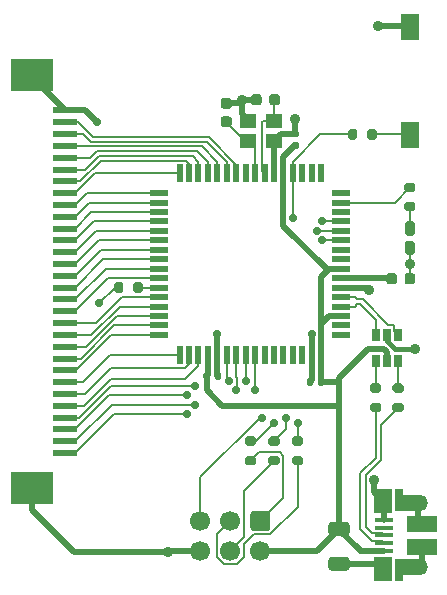
<source format=gbr>
G04 #@! TF.GenerationSoftware,KiCad,Pcbnew,(5.1.8)-1*
G04 #@! TF.CreationDate,2020-12-20T21:52:24-08:00*
G04 #@! TF.ProjectId,wired-sculpt,77697265-642d-4736-9375-6c70742e6b69,rev?*
G04 #@! TF.SameCoordinates,Original*
G04 #@! TF.FileFunction,Copper,L1,Top*
G04 #@! TF.FilePolarity,Positive*
%FSLAX46Y46*%
G04 Gerber Fmt 4.6, Leading zero omitted, Abs format (unit mm)*
G04 Created by KiCad (PCBNEW (5.1.8)-1) date 2020-12-20 21:52:24*
%MOMM*%
%LPD*%
G01*
G04 APERTURE LIST*
G04 #@! TA.AperFunction,SMDPad,CuDef*
%ADD10R,1.500000X0.550000*%
G04 #@! TD*
G04 #@! TA.AperFunction,SMDPad,CuDef*
%ADD11R,0.550000X1.500000*%
G04 #@! TD*
G04 #@! TA.AperFunction,ComponentPad*
%ADD12C,1.700000*%
G04 #@! TD*
G04 #@! TA.AperFunction,SMDPad,CuDef*
%ADD13R,2.000000X0.610000*%
G04 #@! TD*
G04 #@! TA.AperFunction,SMDPad,CuDef*
%ADD14R,3.600000X2.680000*%
G04 #@! TD*
G04 #@! TA.AperFunction,SMDPad,CuDef*
%ADD15R,2.000000X1.350000*%
G04 #@! TD*
G04 #@! TA.AperFunction,SMDPad,CuDef*
%ADD16R,0.700000X1.825000*%
G04 #@! TD*
G04 #@! TA.AperFunction,SMDPad,CuDef*
%ADD17R,1.500000X2.000000*%
G04 #@! TD*
G04 #@! TA.AperFunction,SMDPad,CuDef*
%ADD18R,1.650000X0.400000*%
G04 #@! TD*
G04 #@! TA.AperFunction,ComponentPad*
%ADD19O,1.500000X1.100000*%
G04 #@! TD*
G04 #@! TA.AperFunction,ComponentPad*
%ADD20O,1.700000X1.350000*%
G04 #@! TD*
G04 #@! TA.AperFunction,SMDPad,CuDef*
%ADD21R,2.500000X1.430000*%
G04 #@! TD*
G04 #@! TA.AperFunction,SMDPad,CuDef*
%ADD22R,1.600000X2.180000*%
G04 #@! TD*
G04 #@! TA.AperFunction,SMDPad,CuDef*
%ADD23R,1.400000X1.200000*%
G04 #@! TD*
G04 #@! TA.AperFunction,SMDPad,CuDef*
%ADD24R,0.650000X1.060000*%
G04 #@! TD*
G04 #@! TA.AperFunction,ViaPad*
%ADD25C,0.900000*%
G04 #@! TD*
G04 #@! TA.AperFunction,ViaPad*
%ADD26C,0.700000*%
G04 #@! TD*
G04 #@! TA.AperFunction,Conductor*
%ADD27C,0.200000*%
G04 #@! TD*
G04 #@! TA.AperFunction,Conductor*
%ADD28C,0.500000*%
G04 #@! TD*
G04 #@! TA.AperFunction,Conductor*
%ADD29C,0.400000*%
G04 #@! TD*
G04 APERTURE END LIST*
D10*
G04 #@! TO.P,U1,1*
G04 #@! TO.N,Net-(U1-Pad1)*
X151700000Y-58000000D03*
G04 #@! TO.P,U1,2*
G04 #@! TO.N,Net-(U1-Pad2)*
X151700000Y-57200000D03*
G04 #@! TO.P,U1,3*
G04 #@! TO.N,VBUS*
X151700000Y-56400000D03*
G04 #@! TO.P,U1,4*
G04 #@! TO.N,D-*
X151700000Y-55600000D03*
G04 #@! TO.P,U1,5*
G04 #@! TO.N,D+*
X151700000Y-54800000D03*
G04 #@! TO.P,U1,6*
G04 #@! TO.N,GND*
X151700000Y-54000000D03*
G04 #@! TO.P,U1,7*
G04 #@! TO.N,Net-(C4-Pad1)*
X151700000Y-53200000D03*
G04 #@! TO.P,U1,8*
G04 #@! TO.N,VBUS*
X151700000Y-52400000D03*
G04 #@! TO.P,U1,9*
G04 #@! TO.N,Net-(U1-Pad9)*
X151700000Y-51600000D03*
G04 #@! TO.P,U1,10*
G04 #@! TO.N,Net-(U1-Pad10)*
X151700000Y-50800000D03*
G04 #@! TO.P,U1,11*
G04 #@! TO.N,SCK*
X151700000Y-50000000D03*
G04 #@! TO.P,U1,12*
G04 #@! TO.N,MOSI*
X151700000Y-49200000D03*
G04 #@! TO.P,U1,13*
G04 #@! TO.N,MISO*
X151700000Y-48400000D03*
G04 #@! TO.P,U1,14*
G04 #@! TO.N,Net-(U1-Pad14)*
X151700000Y-47600000D03*
G04 #@! TO.P,U1,15*
G04 #@! TO.N,LED*
X151700000Y-46800000D03*
G04 #@! TO.P,U1,16*
G04 #@! TO.N,Net-(U1-Pad16)*
X151700000Y-46000000D03*
D11*
G04 #@! TO.P,U1,17*
G04 #@! TO.N,Net-(U1-Pad17)*
X150000000Y-44300000D03*
G04 #@! TO.P,U1,18*
G04 #@! TO.N,Net-(U1-Pad18)*
X149200000Y-44300000D03*
G04 #@! TO.P,U1,19*
G04 #@! TO.N,Net-(U1-Pad19)*
X148400000Y-44300000D03*
G04 #@! TO.P,U1,20*
G04 #@! TO.N,RST*
X147600000Y-44300000D03*
G04 #@! TO.P,U1,21*
G04 #@! TO.N,VBUS*
X146800000Y-44300000D03*
G04 #@! TO.P,U1,22*
G04 #@! TO.N,GND*
X146000000Y-44300000D03*
G04 #@! TO.P,U1,23*
G04 #@! TO.N,Net-(C3-Pad1)*
X145200000Y-44300000D03*
G04 #@! TO.P,U1,24*
G04 #@! TO.N,Net-(C2-Pad1)*
X144400000Y-44300000D03*
G04 #@! TO.P,U1,25*
G04 #@! TO.N,Net-(U1-Pad25)*
X143600000Y-44300000D03*
G04 #@! TO.P,U1,26*
G04 #@! TO.N,Net-(J4-Pad2)*
X142800000Y-44300000D03*
G04 #@! TO.P,U1,27*
G04 #@! TO.N,Net-(J4-Pad3)*
X142000000Y-44300000D03*
G04 #@! TO.P,U1,28*
G04 #@! TO.N,Net-(J4-Pad4)*
X141200000Y-44300000D03*
G04 #@! TO.P,U1,29*
G04 #@! TO.N,Net-(J4-Pad5)*
X140400000Y-44300000D03*
G04 #@! TO.P,U1,30*
G04 #@! TO.N,Net-(J4-Pad6)*
X139600000Y-44300000D03*
G04 #@! TO.P,U1,31*
G04 #@! TO.N,Net-(J4-Pad7)*
X138800000Y-44300000D03*
G04 #@! TO.P,U1,32*
G04 #@! TO.N,Net-(J4-Pad8)*
X138000000Y-44300000D03*
D10*
G04 #@! TO.P,U1,33*
G04 #@! TO.N,PE0*
X136300000Y-46000000D03*
G04 #@! TO.P,U1,34*
G04 #@! TO.N,PE1*
X136300000Y-46800000D03*
G04 #@! TO.P,U1,35*
G04 #@! TO.N,Net-(J4-Pad11)*
X136300000Y-47600000D03*
G04 #@! TO.P,U1,36*
G04 #@! TO.N,Net-(J4-Pad12)*
X136300000Y-48400000D03*
G04 #@! TO.P,U1,37*
G04 #@! TO.N,Net-(J4-Pad13)*
X136300000Y-49200000D03*
G04 #@! TO.P,U1,38*
G04 #@! TO.N,Net-(J4-Pad14)*
X136300000Y-50000000D03*
G04 #@! TO.P,U1,39*
G04 #@! TO.N,Net-(J4-Pad15)*
X136300000Y-50800000D03*
G04 #@! TO.P,U1,40*
G04 #@! TO.N,Net-(J4-Pad16)*
X136300000Y-51600000D03*
G04 #@! TO.P,U1,41*
G04 #@! TO.N,Net-(J4-Pad17)*
X136300000Y-52400000D03*
G04 #@! TO.P,U1,42*
G04 #@! TO.N,Net-(J4-Pad18)*
X136300000Y-53200000D03*
G04 #@! TO.P,U1,43*
G04 #@! TO.N,Net-(R8-Pad1)*
X136300000Y-54000000D03*
G04 #@! TO.P,U1,44*
G04 #@! TO.N,Net-(J4-Pad19)*
X136300000Y-54800000D03*
G04 #@! TO.P,U1,45*
G04 #@! TO.N,Net-(J4-Pad20)*
X136300000Y-55600000D03*
G04 #@! TO.P,U1,46*
G04 #@! TO.N,Net-(J4-Pad21)*
X136300000Y-56400000D03*
G04 #@! TO.P,U1,47*
G04 #@! TO.N,Net-(J4-Pad22)*
X136300000Y-57200000D03*
G04 #@! TO.P,U1,48*
G04 #@! TO.N,Net-(J4-Pad23)*
X136300000Y-58000000D03*
D11*
G04 #@! TO.P,U1,49*
G04 #@! TO.N,Net-(J4-Pad24)*
X138000000Y-59700000D03*
G04 #@! TO.P,U1,50*
G04 #@! TO.N,Net-(J4-Pad25)*
X138800000Y-59700000D03*
G04 #@! TO.P,U1,51*
G04 #@! TO.N,Net-(J4-Pad26)*
X139600000Y-59700000D03*
G04 #@! TO.P,U1,52*
G04 #@! TO.N,VBUS*
X140400000Y-59700000D03*
G04 #@! TO.P,U1,53*
G04 #@! TO.N,GND*
X141200000Y-59700000D03*
G04 #@! TO.P,U1,54*
G04 #@! TO.N,PF7*
X142000000Y-59700000D03*
G04 #@! TO.P,U1,55*
G04 #@! TO.N,PF6*
X142800000Y-59700000D03*
G04 #@! TO.P,U1,56*
G04 #@! TO.N,PF5*
X143600000Y-59700000D03*
G04 #@! TO.P,U1,57*
G04 #@! TO.N,PF4*
X144400000Y-59700000D03*
G04 #@! TO.P,U1,58*
G04 #@! TO.N,Net-(U1-Pad58)*
X145200000Y-59700000D03*
G04 #@! TO.P,U1,59*
G04 #@! TO.N,Net-(U1-Pad59)*
X146000000Y-59700000D03*
G04 #@! TO.P,U1,60*
G04 #@! TO.N,Net-(U1-Pad60)*
X146800000Y-59700000D03*
G04 #@! TO.P,U1,61*
G04 #@! TO.N,Net-(U1-Pad61)*
X147600000Y-59700000D03*
G04 #@! TO.P,U1,62*
G04 #@! TO.N,Net-(U1-Pad62)*
X148400000Y-59700000D03*
G04 #@! TO.P,U1,63*
G04 #@! TO.N,GND*
X149200000Y-59700000D03*
G04 #@! TO.P,U1,64*
G04 #@! TO.N,VBUS*
X150000000Y-59700000D03*
G04 #@! TD*
G04 #@! TO.P,J3,1*
G04 #@! TO.N,Net-(J3-Pad1)*
G04 #@! TA.AperFunction,ComponentPad*
G36*
G01*
X144250000Y-72900000D02*
X145450000Y-72900000D01*
G75*
G02*
X145700000Y-73150000I0J-250000D01*
G01*
X145700000Y-74350000D01*
G75*
G02*
X145450000Y-74600000I-250000J0D01*
G01*
X144250000Y-74600000D01*
G75*
G02*
X144000000Y-74350000I0J250000D01*
G01*
X144000000Y-73150000D01*
G75*
G02*
X144250000Y-72900000I250000J0D01*
G01*
G37*
G04 #@! TD.AperFunction*
D12*
G04 #@! TO.P,J3,3*
G04 #@! TO.N,Net-(J3-Pad3)*
X142310000Y-73750000D03*
G04 #@! TO.P,J3,5*
G04 #@! TO.N,RST*
X139770000Y-73750000D03*
G04 #@! TO.P,J3,2*
G04 #@! TO.N,VBUS*
X144850000Y-76290000D03*
G04 #@! TO.P,J3,4*
G04 #@! TO.N,Net-(J3-Pad4)*
X142310000Y-76290000D03*
G04 #@! TO.P,J3,6*
G04 #@! TO.N,GND*
X139770000Y-76290000D03*
G04 #@! TD*
G04 #@! TO.P,R1,1*
G04 #@! TO.N,Net-(R1-Pad1)*
G04 #@! TA.AperFunction,SMDPad,CuDef*
G36*
G01*
X156225000Y-62100000D02*
X156775000Y-62100000D01*
G75*
G02*
X156975000Y-62300000I0J-200000D01*
G01*
X156975000Y-62700000D01*
G75*
G02*
X156775000Y-62900000I-200000J0D01*
G01*
X156225000Y-62900000D01*
G75*
G02*
X156025000Y-62700000I0J200000D01*
G01*
X156025000Y-62300000D01*
G75*
G02*
X156225000Y-62100000I200000J0D01*
G01*
G37*
G04 #@! TD.AperFunction*
G04 #@! TO.P,R1,2*
G04 #@! TO.N,Din+*
G04 #@! TA.AperFunction,SMDPad,CuDef*
G36*
G01*
X156225000Y-63750000D02*
X156775000Y-63750000D01*
G75*
G02*
X156975000Y-63950000I0J-200000D01*
G01*
X156975000Y-64350000D01*
G75*
G02*
X156775000Y-64550000I-200000J0D01*
G01*
X156225000Y-64550000D01*
G75*
G02*
X156025000Y-64350000I0J200000D01*
G01*
X156025000Y-63950000D01*
G75*
G02*
X156225000Y-63750000I200000J0D01*
G01*
G37*
G04 #@! TD.AperFunction*
G04 #@! TD*
D13*
G04 #@! TO.P,J4,1*
G04 #@! TO.N,GND*
X128300000Y-39000000D03*
G04 #@! TO.P,J4,2*
G04 #@! TO.N,Net-(J4-Pad2)*
X128300000Y-40000000D03*
G04 #@! TO.P,J4,3*
G04 #@! TO.N,Net-(J4-Pad3)*
X128300000Y-41000000D03*
G04 #@! TO.P,J4,4*
G04 #@! TO.N,Net-(J4-Pad4)*
X128300000Y-42000000D03*
G04 #@! TO.P,J4,5*
G04 #@! TO.N,Net-(J4-Pad5)*
X128300000Y-43000000D03*
G04 #@! TO.P,J4,6*
G04 #@! TO.N,Net-(J4-Pad6)*
X128300000Y-44000000D03*
G04 #@! TO.P,J4,7*
G04 #@! TO.N,Net-(J4-Pad7)*
X128300000Y-45000000D03*
G04 #@! TO.P,J4,8*
G04 #@! TO.N,Net-(J4-Pad8)*
X128300000Y-46000000D03*
G04 #@! TO.P,J4,9*
G04 #@! TO.N,PE0*
X128300000Y-47000000D03*
G04 #@! TO.P,J4,10*
G04 #@! TO.N,PE1*
X128300000Y-48000000D03*
G04 #@! TO.P,J4,11*
G04 #@! TO.N,Net-(J4-Pad11)*
X128300000Y-49000000D03*
G04 #@! TO.P,J4,12*
G04 #@! TO.N,Net-(J4-Pad12)*
X128300000Y-50000000D03*
G04 #@! TO.P,J4,13*
G04 #@! TO.N,Net-(J4-Pad13)*
X128300000Y-51000000D03*
G04 #@! TO.P,J4,14*
G04 #@! TO.N,Net-(J4-Pad14)*
X128300000Y-52000000D03*
G04 #@! TO.P,J4,15*
G04 #@! TO.N,Net-(J4-Pad15)*
X128300000Y-53000000D03*
G04 #@! TO.P,J4,16*
G04 #@! TO.N,Net-(J4-Pad16)*
X128300000Y-54000000D03*
G04 #@! TO.P,J4,17*
G04 #@! TO.N,Net-(J4-Pad17)*
X128300000Y-55000000D03*
G04 #@! TO.P,J4,18*
G04 #@! TO.N,Net-(J4-Pad18)*
X128300000Y-56000000D03*
G04 #@! TO.P,J4,19*
G04 #@! TO.N,Net-(J4-Pad19)*
X128300000Y-57000000D03*
G04 #@! TO.P,J4,20*
G04 #@! TO.N,Net-(J4-Pad20)*
X128300000Y-58000000D03*
G04 #@! TO.P,J4,21*
G04 #@! TO.N,Net-(J4-Pad21)*
X128300000Y-59000000D03*
G04 #@! TO.P,J4,22*
G04 #@! TO.N,Net-(J4-Pad22)*
X128300000Y-60000000D03*
G04 #@! TO.P,J4,23*
G04 #@! TO.N,Net-(J4-Pad23)*
X128300000Y-61000000D03*
G04 #@! TO.P,J4,24*
G04 #@! TO.N,Net-(J4-Pad24)*
X128300000Y-62000000D03*
G04 #@! TO.P,J4,25*
G04 #@! TO.N,Net-(J4-Pad25)*
X128300000Y-63000000D03*
G04 #@! TO.P,J4,26*
G04 #@! TO.N,Net-(J4-Pad26)*
X128300000Y-64000000D03*
G04 #@! TO.P,J4,27*
G04 #@! TO.N,PF7*
X128300000Y-65000000D03*
G04 #@! TO.P,J4,28*
G04 #@! TO.N,PF6*
X128300000Y-66000000D03*
G04 #@! TO.P,J4,29*
G04 #@! TO.N,PF5*
X128300000Y-67000000D03*
G04 #@! TO.P,J4,30*
G04 #@! TO.N,PF4*
X128300000Y-68000000D03*
D14*
G04 #@! TO.P,J4,MP*
G04 #@! TO.N,GND*
X125500000Y-36010000D03*
X125500000Y-70990000D03*
G04 #@! TD*
G04 #@! TO.P,C2,2*
G04 #@! TO.N,GND*
G04 #@! TA.AperFunction,SMDPad,CuDef*
G36*
G01*
X142200000Y-38850000D02*
X141700000Y-38850000D01*
G75*
G02*
X141475000Y-38625000I0J225000D01*
G01*
X141475000Y-38175000D01*
G75*
G02*
X141700000Y-37950000I225000J0D01*
G01*
X142200000Y-37950000D01*
G75*
G02*
X142425000Y-38175000I0J-225000D01*
G01*
X142425000Y-38625000D01*
G75*
G02*
X142200000Y-38850000I-225000J0D01*
G01*
G37*
G04 #@! TD.AperFunction*
G04 #@! TO.P,C2,1*
G04 #@! TO.N,Net-(C2-Pad1)*
G04 #@! TA.AperFunction,SMDPad,CuDef*
G36*
G01*
X142200000Y-40400000D02*
X141700000Y-40400000D01*
G75*
G02*
X141475000Y-40175000I0J225000D01*
G01*
X141475000Y-39725000D01*
G75*
G02*
X141700000Y-39500000I225000J0D01*
G01*
X142200000Y-39500000D01*
G75*
G02*
X142425000Y-39725000I0J-225000D01*
G01*
X142425000Y-40175000D01*
G75*
G02*
X142200000Y-40400000I-225000J0D01*
G01*
G37*
G04 #@! TD.AperFunction*
G04 #@! TD*
G04 #@! TO.P,C3,1*
G04 #@! TO.N,Net-(C3-Pad1)*
G04 #@! TA.AperFunction,SMDPad,CuDef*
G36*
G01*
X146500000Y-37850000D02*
X146500000Y-38350000D01*
G75*
G02*
X146275000Y-38575000I-225000J0D01*
G01*
X145825000Y-38575000D01*
G75*
G02*
X145600000Y-38350000I0J225000D01*
G01*
X145600000Y-37850000D01*
G75*
G02*
X145825000Y-37625000I225000J0D01*
G01*
X146275000Y-37625000D01*
G75*
G02*
X146500000Y-37850000I0J-225000D01*
G01*
G37*
G04 #@! TD.AperFunction*
G04 #@! TO.P,C3,2*
G04 #@! TO.N,GND*
G04 #@! TA.AperFunction,SMDPad,CuDef*
G36*
G01*
X144950000Y-37850000D02*
X144950000Y-38350000D01*
G75*
G02*
X144725000Y-38575000I-225000J0D01*
G01*
X144275000Y-38575000D01*
G75*
G02*
X144050000Y-38350000I0J225000D01*
G01*
X144050000Y-37850000D01*
G75*
G02*
X144275000Y-37625000I225000J0D01*
G01*
X144725000Y-37625000D01*
G75*
G02*
X144950000Y-37850000I0J-225000D01*
G01*
G37*
G04 #@! TD.AperFunction*
G04 #@! TD*
G04 #@! TO.P,C4,1*
G04 #@! TO.N,Net-(C4-Pad1)*
G04 #@! TA.AperFunction,SMDPad,CuDef*
G36*
G01*
X155500000Y-53500000D02*
X155500000Y-53000000D01*
G75*
G02*
X155725000Y-52775000I225000J0D01*
G01*
X156175000Y-52775000D01*
G75*
G02*
X156400000Y-53000000I0J-225000D01*
G01*
X156400000Y-53500000D01*
G75*
G02*
X156175000Y-53725000I-225000J0D01*
G01*
X155725000Y-53725000D01*
G75*
G02*
X155500000Y-53500000I0J225000D01*
G01*
G37*
G04 #@! TD.AperFunction*
G04 #@! TO.P,C4,2*
G04 #@! TO.N,GND*
G04 #@! TA.AperFunction,SMDPad,CuDef*
G36*
G01*
X157050000Y-53500000D02*
X157050000Y-53000000D01*
G75*
G02*
X157275000Y-52775000I225000J0D01*
G01*
X157725000Y-52775000D01*
G75*
G02*
X157950000Y-53000000I0J-225000D01*
G01*
X157950000Y-53500000D01*
G75*
G02*
X157725000Y-53725000I-225000J0D01*
G01*
X157275000Y-53725000D01*
G75*
G02*
X157050000Y-53500000I0J225000D01*
G01*
G37*
G04 #@! TD.AperFunction*
G04 #@! TD*
G04 #@! TO.P,D1,1*
G04 #@! TO.N,GND*
G04 #@! TA.AperFunction,SMDPad,CuDef*
G36*
G01*
X157712500Y-51237500D02*
X157287500Y-51237500D01*
G75*
G02*
X157075000Y-51025000I0J212500D01*
G01*
X157075000Y-50225000D01*
G75*
G02*
X157287500Y-50012500I212500J0D01*
G01*
X157712500Y-50012500D01*
G75*
G02*
X157925000Y-50225000I0J-212500D01*
G01*
X157925000Y-51025000D01*
G75*
G02*
X157712500Y-51237500I-212500J0D01*
G01*
G37*
G04 #@! TD.AperFunction*
G04 #@! TO.P,D1,2*
G04 #@! TO.N,Net-(D1-Pad2)*
G04 #@! TA.AperFunction,SMDPad,CuDef*
G36*
G01*
X157712500Y-49612500D02*
X157287500Y-49612500D01*
G75*
G02*
X157075000Y-49400000I0J212500D01*
G01*
X157075000Y-48600000D01*
G75*
G02*
X157287500Y-48387500I212500J0D01*
G01*
X157712500Y-48387500D01*
G75*
G02*
X157925000Y-48600000I0J-212500D01*
G01*
X157925000Y-49400000D01*
G75*
G02*
X157712500Y-49612500I-212500J0D01*
G01*
G37*
G04 #@! TD.AperFunction*
G04 #@! TD*
D15*
G04 #@! TO.P,J1,6*
G04 #@! TO.N,GND*
X157300000Y-72210000D03*
X157300000Y-77690000D03*
D16*
X156550000Y-77910000D03*
X156550000Y-71960000D03*
D17*
X155250000Y-77810000D03*
X155230000Y-72060000D03*
D18*
G04 #@! TO.P,J1,1*
G04 #@! TO.N,VBUS*
X155350000Y-76260000D03*
G04 #@! TO.P,J1,2*
G04 #@! TO.N,Din-*
X155350000Y-75610000D03*
G04 #@! TO.P,J1,3*
G04 #@! TO.N,Din+*
X155350000Y-74960000D03*
G04 #@! TO.P,J1,4*
G04 #@! TO.N,Net-(J1-Pad4)*
X155350000Y-74310000D03*
G04 #@! TO.P,J1,5*
G04 #@! TO.N,GND*
X155350000Y-73660000D03*
D19*
G04 #@! TO.P,J1,6*
X155230000Y-77380000D03*
X155230000Y-72540000D03*
D20*
X158230000Y-77690000D03*
X158230000Y-72230000D03*
D21*
X158500000Y-75920000D03*
X158500000Y-74000000D03*
G04 #@! TD*
G04 #@! TO.P,R2,1*
G04 #@! TO.N,LED*
G04 #@! TA.AperFunction,SMDPad,CuDef*
G36*
G01*
X157225000Y-45100000D02*
X157775000Y-45100000D01*
G75*
G02*
X157975000Y-45300000I0J-200000D01*
G01*
X157975000Y-45700000D01*
G75*
G02*
X157775000Y-45900000I-200000J0D01*
G01*
X157225000Y-45900000D01*
G75*
G02*
X157025000Y-45700000I0J200000D01*
G01*
X157025000Y-45300000D01*
G75*
G02*
X157225000Y-45100000I200000J0D01*
G01*
G37*
G04 #@! TD.AperFunction*
G04 #@! TO.P,R2,2*
G04 #@! TO.N,Net-(D1-Pad2)*
G04 #@! TA.AperFunction,SMDPad,CuDef*
G36*
G01*
X157225000Y-46750000D02*
X157775000Y-46750000D01*
G75*
G02*
X157975000Y-46950000I0J-200000D01*
G01*
X157975000Y-47350000D01*
G75*
G02*
X157775000Y-47550000I-200000J0D01*
G01*
X157225000Y-47550000D01*
G75*
G02*
X157025000Y-47350000I0J200000D01*
G01*
X157025000Y-46950000D01*
G75*
G02*
X157225000Y-46750000I200000J0D01*
G01*
G37*
G04 #@! TD.AperFunction*
G04 #@! TD*
G04 #@! TO.P,R3,2*
G04 #@! TO.N,Din-*
G04 #@! TA.AperFunction,SMDPad,CuDef*
G36*
G01*
X154325000Y-63750000D02*
X154875000Y-63750000D01*
G75*
G02*
X155075000Y-63950000I0J-200000D01*
G01*
X155075000Y-64350000D01*
G75*
G02*
X154875000Y-64550000I-200000J0D01*
G01*
X154325000Y-64550000D01*
G75*
G02*
X154125000Y-64350000I0J200000D01*
G01*
X154125000Y-63950000D01*
G75*
G02*
X154325000Y-63750000I200000J0D01*
G01*
G37*
G04 #@! TD.AperFunction*
G04 #@! TO.P,R3,1*
G04 #@! TO.N,Net-(R3-Pad1)*
G04 #@! TA.AperFunction,SMDPad,CuDef*
G36*
G01*
X154325000Y-62100000D02*
X154875000Y-62100000D01*
G75*
G02*
X155075000Y-62300000I0J-200000D01*
G01*
X155075000Y-62700000D01*
G75*
G02*
X154875000Y-62900000I-200000J0D01*
G01*
X154325000Y-62900000D01*
G75*
G02*
X154125000Y-62700000I0J200000D01*
G01*
X154125000Y-62300000D01*
G75*
G02*
X154325000Y-62100000I200000J0D01*
G01*
G37*
G04 #@! TD.AperFunction*
G04 #@! TD*
G04 #@! TO.P,R4,2*
G04 #@! TO.N,MISO*
G04 #@! TA.AperFunction,SMDPad,CuDef*
G36*
G01*
X144275000Y-67400000D02*
X143725000Y-67400000D01*
G75*
G02*
X143525000Y-67200000I0J200000D01*
G01*
X143525000Y-66800000D01*
G75*
G02*
X143725000Y-66600000I200000J0D01*
G01*
X144275000Y-66600000D01*
G75*
G02*
X144475000Y-66800000I0J-200000D01*
G01*
X144475000Y-67200000D01*
G75*
G02*
X144275000Y-67400000I-200000J0D01*
G01*
G37*
G04 #@! TD.AperFunction*
G04 #@! TO.P,R4,1*
G04 #@! TO.N,Net-(J3-Pad1)*
G04 #@! TA.AperFunction,SMDPad,CuDef*
G36*
G01*
X144275000Y-69050000D02*
X143725000Y-69050000D01*
G75*
G02*
X143525000Y-68850000I0J200000D01*
G01*
X143525000Y-68450000D01*
G75*
G02*
X143725000Y-68250000I200000J0D01*
G01*
X144275000Y-68250000D01*
G75*
G02*
X144475000Y-68450000I0J-200000D01*
G01*
X144475000Y-68850000D01*
G75*
G02*
X144275000Y-69050000I-200000J0D01*
G01*
G37*
G04 #@! TD.AperFunction*
G04 #@! TD*
G04 #@! TO.P,R5,1*
G04 #@! TO.N,Net-(J3-Pad4)*
G04 #@! TA.AperFunction,SMDPad,CuDef*
G36*
G01*
X146275000Y-69050000D02*
X145725000Y-69050000D01*
G75*
G02*
X145525000Y-68850000I0J200000D01*
G01*
X145525000Y-68450000D01*
G75*
G02*
X145725000Y-68250000I200000J0D01*
G01*
X146275000Y-68250000D01*
G75*
G02*
X146475000Y-68450000I0J-200000D01*
G01*
X146475000Y-68850000D01*
G75*
G02*
X146275000Y-69050000I-200000J0D01*
G01*
G37*
G04 #@! TD.AperFunction*
G04 #@! TO.P,R5,2*
G04 #@! TO.N,MOSI*
G04 #@! TA.AperFunction,SMDPad,CuDef*
G36*
G01*
X146275000Y-67400000D02*
X145725000Y-67400000D01*
G75*
G02*
X145525000Y-67200000I0J200000D01*
G01*
X145525000Y-66800000D01*
G75*
G02*
X145725000Y-66600000I200000J0D01*
G01*
X146275000Y-66600000D01*
G75*
G02*
X146475000Y-66800000I0J-200000D01*
G01*
X146475000Y-67200000D01*
G75*
G02*
X146275000Y-67400000I-200000J0D01*
G01*
G37*
G04 #@! TD.AperFunction*
G04 #@! TD*
G04 #@! TO.P,R6,1*
G04 #@! TO.N,Net-(J3-Pad3)*
G04 #@! TA.AperFunction,SMDPad,CuDef*
G36*
G01*
X148275000Y-69050000D02*
X147725000Y-69050000D01*
G75*
G02*
X147525000Y-68850000I0J200000D01*
G01*
X147525000Y-68450000D01*
G75*
G02*
X147725000Y-68250000I200000J0D01*
G01*
X148275000Y-68250000D01*
G75*
G02*
X148475000Y-68450000I0J-200000D01*
G01*
X148475000Y-68850000D01*
G75*
G02*
X148275000Y-69050000I-200000J0D01*
G01*
G37*
G04 #@! TD.AperFunction*
G04 #@! TO.P,R6,2*
G04 #@! TO.N,SCK*
G04 #@! TA.AperFunction,SMDPad,CuDef*
G36*
G01*
X148275000Y-67400000D02*
X147725000Y-67400000D01*
G75*
G02*
X147525000Y-67200000I0J200000D01*
G01*
X147525000Y-66800000D01*
G75*
G02*
X147725000Y-66600000I200000J0D01*
G01*
X148275000Y-66600000D01*
G75*
G02*
X148475000Y-66800000I0J-200000D01*
G01*
X148475000Y-67200000D01*
G75*
G02*
X148275000Y-67400000I-200000J0D01*
G01*
G37*
G04 #@! TD.AperFunction*
G04 #@! TD*
D22*
G04 #@! TO.P,SW1,1*
G04 #@! TO.N,Net-(R9-Pad1)*
X157500000Y-41090000D03*
G04 #@! TO.P,SW1,2*
G04 #@! TO.N,GND*
X157500000Y-31910000D03*
G04 #@! TD*
D23*
G04 #@! TO.P,Y1,1*
G04 #@! TO.N,Net-(C2-Pad1)*
X143800000Y-41550000D03*
G04 #@! TO.P,Y1,2*
G04 #@! TO.N,GND*
X146000000Y-41550000D03*
G04 #@! TO.P,Y1,3*
G04 #@! TO.N,Net-(C3-Pad1)*
X146000000Y-39850000D03*
G04 #@! TO.P,Y1,4*
G04 #@! TO.N,GND*
X143800000Y-39850000D03*
G04 #@! TD*
G04 #@! TO.P,R8,1*
G04 #@! TO.N,Net-(R8-Pad1)*
G04 #@! TA.AperFunction,SMDPad,CuDef*
G36*
G01*
X134900000Y-53725000D02*
X134900000Y-54275000D01*
G75*
G02*
X134700000Y-54475000I-200000J0D01*
G01*
X134300000Y-54475000D01*
G75*
G02*
X134100000Y-54275000I0J200000D01*
G01*
X134100000Y-53725000D01*
G75*
G02*
X134300000Y-53525000I200000J0D01*
G01*
X134700000Y-53525000D01*
G75*
G02*
X134900000Y-53725000I0J-200000D01*
G01*
G37*
G04 #@! TD.AperFunction*
G04 #@! TO.P,R8,2*
G04 #@! TO.N,GND*
G04 #@! TA.AperFunction,SMDPad,CuDef*
G36*
G01*
X133250000Y-53725000D02*
X133250000Y-54275000D01*
G75*
G02*
X133050000Y-54475000I-200000J0D01*
G01*
X132650000Y-54475000D01*
G75*
G02*
X132450000Y-54275000I0J200000D01*
G01*
X132450000Y-53725000D01*
G75*
G02*
X132650000Y-53525000I200000J0D01*
G01*
X133050000Y-53525000D01*
G75*
G02*
X133250000Y-53725000I0J-200000D01*
G01*
G37*
G04 #@! TD.AperFunction*
G04 #@! TD*
G04 #@! TO.P,C1,1*
G04 #@! TO.N,VBUS*
G04 #@! TA.AperFunction,SMDPad,CuDef*
G36*
G01*
X150849999Y-73850000D02*
X152150001Y-73850000D01*
G75*
G02*
X152400000Y-74099999I0J-249999D01*
G01*
X152400000Y-74750001D01*
G75*
G02*
X152150001Y-75000000I-249999J0D01*
G01*
X150849999Y-75000000D01*
G75*
G02*
X150600000Y-74750001I0J249999D01*
G01*
X150600000Y-74099999D01*
G75*
G02*
X150849999Y-73850000I249999J0D01*
G01*
G37*
G04 #@! TD.AperFunction*
G04 #@! TO.P,C1,2*
G04 #@! TO.N,GND*
G04 #@! TA.AperFunction,SMDPad,CuDef*
G36*
G01*
X150849999Y-76800000D02*
X152150001Y-76800000D01*
G75*
G02*
X152400000Y-77049999I0J-249999D01*
G01*
X152400000Y-77700001D01*
G75*
G02*
X152150001Y-77950000I-249999J0D01*
G01*
X150849999Y-77950000D01*
G75*
G02*
X150600000Y-77700001I0J249999D01*
G01*
X150600000Y-77049999D01*
G75*
G02*
X150849999Y-76800000I249999J0D01*
G01*
G37*
G04 #@! TD.AperFunction*
G04 #@! TD*
G04 #@! TO.P,C6,1*
G04 #@! TO.N,GND*
G04 #@! TA.AperFunction,SMDPad,CuDef*
G36*
G01*
X147630000Y-40720000D02*
X147970000Y-40720000D01*
G75*
G02*
X148110000Y-40860000I0J-140000D01*
G01*
X148110000Y-41140000D01*
G75*
G02*
X147970000Y-41280000I-140000J0D01*
G01*
X147630000Y-41280000D01*
G75*
G02*
X147490000Y-41140000I0J140000D01*
G01*
X147490000Y-40860000D01*
G75*
G02*
X147630000Y-40720000I140000J0D01*
G01*
G37*
G04 #@! TD.AperFunction*
G04 #@! TO.P,C6,2*
G04 #@! TO.N,VBUS*
G04 #@! TA.AperFunction,SMDPad,CuDef*
G36*
G01*
X147630000Y-41680000D02*
X147970000Y-41680000D01*
G75*
G02*
X148110000Y-41820000I0J-140000D01*
G01*
X148110000Y-42100000D01*
G75*
G02*
X147970000Y-42240000I-140000J0D01*
G01*
X147630000Y-42240000D01*
G75*
G02*
X147490000Y-42100000I0J140000D01*
G01*
X147490000Y-41820000D01*
G75*
G02*
X147630000Y-41680000I140000J0D01*
G01*
G37*
G04 #@! TD.AperFunction*
G04 #@! TD*
G04 #@! TO.P,C7,1*
G04 #@! TO.N,GND*
G04 #@! TA.AperFunction,SMDPad,CuDef*
G36*
G01*
X141530000Y-61330000D02*
X141530000Y-61670000D01*
G75*
G02*
X141390000Y-61810000I-140000J0D01*
G01*
X141110000Y-61810000D01*
G75*
G02*
X140970000Y-61670000I0J140000D01*
G01*
X140970000Y-61330000D01*
G75*
G02*
X141110000Y-61190000I140000J0D01*
G01*
X141390000Y-61190000D01*
G75*
G02*
X141530000Y-61330000I0J-140000D01*
G01*
G37*
G04 #@! TD.AperFunction*
G04 #@! TO.P,C7,2*
G04 #@! TO.N,VBUS*
G04 #@! TA.AperFunction,SMDPad,CuDef*
G36*
G01*
X140570000Y-61330000D02*
X140570000Y-61670000D01*
G75*
G02*
X140430000Y-61810000I-140000J0D01*
G01*
X140150000Y-61810000D01*
G75*
G02*
X140010000Y-61670000I0J140000D01*
G01*
X140010000Y-61330000D01*
G75*
G02*
X140150000Y-61190000I140000J0D01*
G01*
X140430000Y-61190000D01*
G75*
G02*
X140570000Y-61330000I0J-140000D01*
G01*
G37*
G04 #@! TD.AperFunction*
G04 #@! TD*
G04 #@! TO.P,R9,1*
G04 #@! TO.N,Net-(R9-Pad1)*
G04 #@! TA.AperFunction,SMDPad,CuDef*
G36*
G01*
X154700000Y-40750000D02*
X154700000Y-41300000D01*
G75*
G02*
X154500000Y-41500000I-200000J0D01*
G01*
X154100000Y-41500000D01*
G75*
G02*
X153900000Y-41300000I0J200000D01*
G01*
X153900000Y-40750000D01*
G75*
G02*
X154100000Y-40550000I200000J0D01*
G01*
X154500000Y-40550000D01*
G75*
G02*
X154700000Y-40750000I0J-200000D01*
G01*
G37*
G04 #@! TD.AperFunction*
G04 #@! TO.P,R9,2*
G04 #@! TO.N,RST*
G04 #@! TA.AperFunction,SMDPad,CuDef*
G36*
G01*
X153050000Y-40750000D02*
X153050000Y-41300000D01*
G75*
G02*
X152850000Y-41500000I-200000J0D01*
G01*
X152450000Y-41500000D01*
G75*
G02*
X152250000Y-41300000I0J200000D01*
G01*
X152250000Y-40750000D01*
G75*
G02*
X152450000Y-40550000I200000J0D01*
G01*
X152850000Y-40550000D01*
G75*
G02*
X153050000Y-40750000I0J-200000D01*
G01*
G37*
G04 #@! TD.AperFunction*
G04 #@! TD*
D24*
G04 #@! TO.P,U2,1*
G04 #@! TO.N,D+*
X156510000Y-57980000D03*
G04 #@! TO.P,U2,2*
G04 #@! TO.N,GND*
X155560000Y-57980000D03*
G04 #@! TO.P,U2,3*
G04 #@! TO.N,D-*
X154610000Y-57980000D03*
G04 #@! TO.P,U2,4*
G04 #@! TO.N,Net-(R3-Pad1)*
X154610000Y-60180000D03*
G04 #@! TO.P,U2,6*
G04 #@! TO.N,Net-(R1-Pad1)*
X156510000Y-60180000D03*
G04 #@! TO.P,U2,5*
G04 #@! TO.N,VBUS*
X155560000Y-60180000D03*
G04 #@! TD*
G04 #@! TO.P,C5,1*
G04 #@! TO.N,GND*
G04 #@! TA.AperFunction,SMDPad,CuDef*
G36*
G01*
X148760000Y-62170000D02*
X148760000Y-61830000D01*
G75*
G02*
X148900000Y-61690000I140000J0D01*
G01*
X149180000Y-61690000D01*
G75*
G02*
X149320000Y-61830000I0J-140000D01*
G01*
X149320000Y-62170000D01*
G75*
G02*
X149180000Y-62310000I-140000J0D01*
G01*
X148900000Y-62310000D01*
G75*
G02*
X148760000Y-62170000I0J140000D01*
G01*
G37*
G04 #@! TD.AperFunction*
G04 #@! TO.P,C5,2*
G04 #@! TO.N,VBUS*
G04 #@! TA.AperFunction,SMDPad,CuDef*
G36*
G01*
X149720000Y-62170000D02*
X149720000Y-61830000D01*
G75*
G02*
X149860000Y-61690000I140000J0D01*
G01*
X150140000Y-61690000D01*
G75*
G02*
X150280000Y-61830000I0J-140000D01*
G01*
X150280000Y-62170000D01*
G75*
G02*
X150140000Y-62310000I-140000J0D01*
G01*
X149860000Y-62310000D01*
G75*
G02*
X149720000Y-62170000I0J140000D01*
G01*
G37*
G04 #@! TD.AperFunction*
G04 #@! TD*
D25*
G04 #@! TO.N,GND*
X137050000Y-76400000D03*
X157500000Y-52000000D03*
X143250000Y-38100000D03*
D26*
X131200000Y-55300000D03*
D25*
X154500000Y-70250000D03*
D26*
X141200000Y-57950000D03*
D25*
X154800000Y-31890000D03*
X157900000Y-59200000D03*
D26*
X149200000Y-57950000D03*
D25*
X154000000Y-54200000D03*
X147800000Y-39700000D03*
D26*
X131000000Y-40000000D03*
G04 #@! TO.N,MISO*
X150100000Y-48400000D03*
X146000000Y-65500000D03*
G04 #@! TO.N,MOSI*
X149600000Y-49200000D03*
X147000000Y-65000000D03*
G04 #@! TO.N,SCK*
X150100000Y-50000000D03*
X148000000Y-65500000D03*
G04 #@! TO.N,RST*
X145000000Y-65000000D03*
X147600000Y-48100000D03*
G04 #@! TO.N,PF7*
X142200000Y-61900000D03*
X139300000Y-62300000D03*
G04 #@! TO.N,PF6*
X142800000Y-62700000D03*
X138600000Y-63100000D03*
G04 #@! TO.N,PF5*
X139300000Y-63900000D03*
X143600000Y-61900000D03*
G04 #@! TO.N,PF4*
X138600000Y-64700000D03*
X144400000Y-62700000D03*
G04 #@! TD*
D27*
G04 #@! TO.N,GND*
X157500000Y-50625000D02*
X157500000Y-52000000D01*
X146020000Y-44280000D02*
X146000000Y-44300000D01*
X132850000Y-54000000D02*
X132850000Y-54150000D01*
D28*
X157480000Y-31890000D02*
X157500000Y-31910000D01*
X154800000Y-31890000D02*
X154800000Y-31890000D01*
D27*
X157500000Y-53250000D02*
X157500000Y-52000000D01*
D28*
X154500000Y-71330000D02*
X155230000Y-72060000D01*
X154500000Y-70250000D02*
X154500000Y-71330000D01*
X154800000Y-31890000D02*
X157480000Y-31890000D01*
X141200000Y-61450000D02*
X141250000Y-61500000D01*
X141200000Y-59700000D02*
X141200000Y-61450000D01*
X149200000Y-61840000D02*
X149200000Y-59700000D01*
X149040000Y-62000000D02*
X149200000Y-61840000D01*
X155350000Y-72660000D02*
X155230000Y-72540000D01*
X155350000Y-73660000D02*
X155350000Y-72660000D01*
D29*
X155560000Y-57980000D02*
X155560000Y-58545746D01*
X156214254Y-59200000D02*
X157900000Y-59200000D01*
X155560000Y-58545746D02*
X156214254Y-59200000D01*
D28*
X153800000Y-54000000D02*
X154000000Y-54200000D01*
X151700000Y-54000000D02*
X153800000Y-54000000D01*
X146000000Y-44300000D02*
X146000000Y-41550000D01*
X146550000Y-41000000D02*
X147800000Y-41000000D01*
X146000000Y-41550000D02*
X146550000Y-41000000D01*
X144500000Y-38100000D02*
X143250000Y-38100000D01*
X142950000Y-38400000D02*
X143250000Y-38100000D01*
X141950000Y-38400000D02*
X142950000Y-38400000D01*
X143250000Y-39300000D02*
X143800000Y-39850000D01*
X143250000Y-38100000D02*
X143250000Y-39300000D01*
X147800000Y-41000000D02*
X147800000Y-39700000D01*
X158230000Y-73730000D02*
X158500000Y-74000000D01*
X158230000Y-72230000D02*
X158230000Y-73730000D01*
X158500000Y-77420000D02*
X158230000Y-77690000D01*
X158500000Y-75920000D02*
X158500000Y-77420000D01*
X141200000Y-59700000D02*
X141200000Y-57950000D01*
X149200000Y-57950000D02*
X149200000Y-59700000D01*
X137160000Y-76290000D02*
X137050000Y-76400000D01*
X139770000Y-76290000D02*
X137160000Y-76290000D01*
X130000000Y-39000000D02*
X131000000Y-40000000D01*
X128300000Y-39000000D02*
X130000000Y-39000000D01*
X154815000Y-77375000D02*
X155250000Y-77810000D01*
X151500000Y-77375000D02*
X154815000Y-77375000D01*
X129070000Y-76400000D02*
X137050000Y-76400000D01*
X125500000Y-72830000D02*
X129070000Y-76400000D01*
X125500000Y-70990000D02*
X125500000Y-72830000D01*
X125500000Y-36200000D02*
X128300000Y-39000000D01*
X125500000Y-36010000D02*
X125500000Y-36200000D01*
D27*
X132500000Y-54000000D02*
X132850000Y-54000000D01*
X131200000Y-55300000D02*
X132500000Y-54000000D01*
G04 #@! TO.N,Net-(C2-Pad1)*
X143550000Y-41550000D02*
X143800000Y-41550000D01*
X141950000Y-39950000D02*
X143550000Y-41550000D01*
X144400000Y-42150000D02*
X144400000Y-44300000D01*
X143800000Y-41550000D02*
X144400000Y-42150000D01*
G04 #@! TO.N,Net-(C3-Pad1)*
X145100000Y-39850000D02*
X146000000Y-39850000D01*
X144999999Y-39950001D02*
X145100000Y-39850000D01*
X144999999Y-44099999D02*
X144999999Y-39950001D01*
X145200000Y-44300000D02*
X144999999Y-44099999D01*
X146000000Y-38150000D02*
X146050000Y-38100000D01*
X146000000Y-39850000D02*
X146000000Y-38150000D01*
G04 #@! TO.N,Net-(D1-Pad2)*
X157500000Y-47150000D02*
X157500000Y-49000000D01*
G04 #@! TO.N,Net-(J3-Pad1)*
X146775010Y-71824990D02*
X144850000Y-73750000D01*
X146775010Y-68242888D02*
X146775010Y-71824990D01*
X146482112Y-67949990D02*
X146775010Y-68242888D01*
X144700010Y-67949990D02*
X146482112Y-67949990D01*
X144000000Y-68650000D02*
X144700010Y-67949990D01*
G04 #@! TO.N,Net-(J3-Pad4)*
X143460001Y-75139999D02*
X142310000Y-76290000D01*
X143460001Y-71189999D02*
X143460001Y-75139999D01*
X146000000Y-68650000D02*
X143460001Y-71189999D01*
G04 #@! TO.N,Net-(J3-Pad3)*
X142425000Y-73750000D02*
X142310000Y-73750000D01*
X141159999Y-76842001D02*
X141159999Y-74900001D01*
X141159999Y-74900001D02*
X142310000Y-73750000D01*
X142862001Y-77440001D02*
X141757999Y-77440001D01*
X141757999Y-77440001D02*
X141159999Y-76842001D01*
X143460001Y-76842001D02*
X142862001Y-77440001D01*
X143460001Y-75737999D02*
X143460001Y-76842001D01*
X144297990Y-74900010D02*
X143460001Y-75737999D01*
X145677824Y-74900010D02*
X144297990Y-74900010D01*
X148000000Y-72577834D02*
X145677824Y-74900010D01*
X148000000Y-68650000D02*
X148000000Y-72577834D01*
G04 #@! TO.N,Net-(J4-Pad2)*
X142800000Y-43584307D02*
X140465648Y-41249949D01*
X142800000Y-44300000D02*
X142800000Y-43584307D01*
X140465648Y-41249949D02*
X130665688Y-41249949D01*
X129415740Y-40000000D02*
X128300000Y-40000000D01*
X130665688Y-41249949D02*
X129415740Y-40000000D01*
G04 #@! TO.N,Net-(J4-Pad3)*
X129850041Y-41000000D02*
X128300000Y-41000000D01*
X130500000Y-41649959D02*
X129850041Y-41000000D01*
X140299959Y-41649959D02*
X130500000Y-41649959D01*
X142000000Y-43350000D02*
X140299959Y-41649959D01*
X142000000Y-44300000D02*
X142000000Y-43350000D01*
G04 #@! TO.N,Net-(J4-Pad4)*
X128349969Y-42049969D02*
X128300000Y-42000000D01*
X139899969Y-42049969D02*
X128349969Y-42049969D01*
X141200000Y-43350000D02*
X139899969Y-42049969D01*
X141200000Y-44300000D02*
X141200000Y-43350000D01*
G04 #@! TO.N,Net-(J4-Pad5)*
X139499979Y-42449979D02*
X140400000Y-43350000D01*
X130997927Y-42449979D02*
X139499979Y-42449979D01*
X130447907Y-43000000D02*
X130997927Y-42449979D01*
X140400000Y-43350000D02*
X140400000Y-44300000D01*
X128300000Y-43000000D02*
X130447907Y-43000000D01*
G04 #@! TO.N,Net-(J4-Pad6)*
X139099989Y-42849989D02*
X139600000Y-43350000D01*
X131163616Y-42849989D02*
X139099989Y-42849989D01*
X139600000Y-43350000D02*
X139600000Y-44300000D01*
X130013606Y-44000000D02*
X131163616Y-42849989D01*
X128300000Y-44000000D02*
X130013606Y-44000000D01*
G04 #@! TO.N,Net-(J4-Pad7)*
X138800000Y-43534998D02*
X138800000Y-44300000D01*
X131329305Y-43249999D02*
X138515001Y-43249999D01*
X138515001Y-43249999D02*
X138800000Y-43534998D01*
X129579304Y-45000000D02*
X131329305Y-43249999D01*
X128300000Y-45000000D02*
X129579304Y-45000000D01*
G04 #@! TO.N,Net-(J4-Pad8)*
X129145002Y-46000000D02*
X128300000Y-46000000D01*
X130845002Y-44300000D02*
X129145002Y-46000000D01*
X138000000Y-44300000D02*
X130845002Y-44300000D01*
G04 #@! TO.N,Net-(J4-Pad11)*
X129145002Y-49000000D02*
X128300000Y-49000000D01*
X130545002Y-47600000D02*
X129145002Y-49000000D01*
X136300000Y-47600000D02*
X130545002Y-47600000D01*
G04 #@! TO.N,Net-(J4-Pad12)*
X129145002Y-50000000D02*
X128300000Y-50000000D01*
X130745002Y-48400000D02*
X129145002Y-50000000D01*
X136300000Y-48400000D02*
X130745002Y-48400000D01*
G04 #@! TO.N,Net-(J4-Pad13)*
X129145002Y-51000000D02*
X128300000Y-51000000D01*
X130945002Y-49200000D02*
X129145002Y-51000000D01*
X136300000Y-49200000D02*
X130945002Y-49200000D01*
G04 #@! TO.N,Net-(J4-Pad14)*
X129145002Y-52000000D02*
X128300000Y-52000000D01*
X131145002Y-50000000D02*
X129145002Y-52000000D01*
X136300000Y-50000000D02*
X131145002Y-50000000D01*
G04 #@! TO.N,Net-(J4-Pad15)*
X129145002Y-53000000D02*
X128300000Y-53000000D01*
X131345002Y-50800000D02*
X129145002Y-53000000D01*
X136300000Y-50800000D02*
X131345002Y-50800000D01*
G04 #@! TO.N,Net-(J4-Pad16)*
X129145002Y-54000000D02*
X128300000Y-54000000D01*
X131545002Y-51600000D02*
X129145002Y-54000000D01*
X136300000Y-51600000D02*
X131545002Y-51600000D01*
G04 #@! TO.N,Net-(J4-Pad17)*
X129145002Y-55000000D02*
X128300000Y-55000000D01*
X131745002Y-52400000D02*
X129145002Y-55000000D01*
X136300000Y-52400000D02*
X131745002Y-52400000D01*
G04 #@! TO.N,Net-(J4-Pad18)*
X129145002Y-56000000D02*
X128300000Y-56000000D01*
X131945002Y-53200000D02*
X129145002Y-56000000D01*
X136300000Y-53200000D02*
X131945002Y-53200000D01*
G04 #@! TO.N,Net-(J4-Pad19)*
X130962002Y-57000000D02*
X128300000Y-57000000D01*
X133162002Y-54800000D02*
X130962002Y-57000000D01*
X136300000Y-54800000D02*
X133162002Y-54800000D01*
G04 #@! TO.N,Net-(J4-Pad20)*
X130527700Y-58000000D02*
X128300000Y-58000000D01*
X132927700Y-55600000D02*
X130527700Y-58000000D01*
X136300000Y-55600000D02*
X132927700Y-55600000D01*
G04 #@! TO.N,Net-(J4-Pad21)*
X130093398Y-59000000D02*
X128300000Y-59000000D01*
X132693398Y-56400000D02*
X130093398Y-59000000D01*
X136300000Y-56400000D02*
X132693398Y-56400000D01*
G04 #@! TO.N,Net-(J4-Pad22)*
X129659096Y-60000000D02*
X128300000Y-60000000D01*
X132459096Y-57200000D02*
X129659096Y-60000000D01*
X136300000Y-57200000D02*
X132459096Y-57200000D01*
G04 #@! TO.N,Net-(J4-Pad23)*
X129224794Y-61000000D02*
X128300000Y-61000000D01*
X132224794Y-58000000D02*
X129224794Y-61000000D01*
X136300000Y-58000000D02*
X132224794Y-58000000D01*
G04 #@! TO.N,Net-(J4-Pad24)*
X128300000Y-62000000D02*
X129800000Y-62000000D01*
X129800000Y-62000000D02*
X132100000Y-59700000D01*
X132100000Y-59700000D02*
X138000000Y-59700000D01*
G04 #@! TO.N,Net-(J4-Pad25)*
X130000000Y-63000000D02*
X128300000Y-63000000D01*
X132200000Y-60800000D02*
X130000000Y-63000000D01*
X138800000Y-60465002D02*
X138800000Y-59700000D01*
X138465002Y-60800000D02*
X138800000Y-60465002D01*
X132200000Y-60800000D02*
X138465002Y-60800000D01*
G04 #@! TO.N,Net-(J4-Pad26)*
X128300000Y-64000000D02*
X129900000Y-64000000D01*
X129900000Y-64000000D02*
X132200000Y-61700000D01*
X132200000Y-61700000D02*
X138500000Y-61700000D01*
X139600000Y-60600000D02*
X139600000Y-59700000D01*
X138500000Y-61700000D02*
X139600000Y-60600000D01*
G04 #@! TO.N,Net-(R1-Pad1)*
X156510000Y-60830000D02*
X156510000Y-60180000D01*
X156500000Y-60190000D02*
X156510000Y-60180000D01*
X156500000Y-62500000D02*
X156500000Y-60190000D01*
G04 #@! TO.N,LED*
X156200000Y-46800000D02*
X151700000Y-46800000D01*
X157500000Y-45500000D02*
X156200000Y-46800000D01*
G04 #@! TO.N,Net-(R3-Pad1)*
X154610000Y-60980000D02*
X154610000Y-60180000D01*
X154600000Y-60990000D02*
X154610000Y-60980000D01*
X154600000Y-62500000D02*
X154600000Y-60990000D01*
G04 #@! TO.N,MISO*
X151700000Y-48400000D02*
X150100000Y-48400000D01*
X144500000Y-67000000D02*
X146000000Y-65500000D01*
X144000000Y-67000000D02*
X144500000Y-67000000D01*
G04 #@! TO.N,MOSI*
X149600000Y-49200000D02*
X151700000Y-49200000D01*
X147000000Y-66000000D02*
X147000000Y-65000000D01*
X146000000Y-67000000D02*
X147000000Y-66000000D01*
G04 #@! TO.N,SCK*
X150100000Y-50000000D02*
X151700000Y-50000000D01*
X148000000Y-67000000D02*
X148000000Y-65500000D01*
G04 #@! TO.N,RST*
X149925000Y-41025000D02*
X152650000Y-41025000D01*
X147600000Y-43350000D02*
X149925000Y-41025000D01*
X147600000Y-44300000D02*
X147600000Y-43350000D01*
X147600000Y-48100000D02*
X147600000Y-44300000D01*
X144817878Y-65000000D02*
X145000000Y-65000000D01*
X139770000Y-70047878D02*
X144817878Y-65000000D01*
X139770000Y-73750000D02*
X139770000Y-70047878D01*
D28*
G04 #@! TO.N,Net-(C4-Pad1)*
X155900000Y-53200000D02*
X155950000Y-53250000D01*
X151700000Y-53200000D02*
X155900000Y-53200000D01*
D27*
G04 #@! TO.N,PE0*
X129145002Y-47000000D02*
X128300000Y-47000000D01*
X130145002Y-46000000D02*
X129145002Y-47000000D01*
X136300000Y-46000000D02*
X130145002Y-46000000D01*
G04 #@! TO.N,PE1*
X129145002Y-48000000D02*
X128300000Y-48000000D01*
X130345002Y-46800000D02*
X129145002Y-48000000D01*
X136300000Y-46800000D02*
X130345002Y-46800000D01*
G04 #@! TO.N,PF7*
X142069110Y-59769110D02*
X142000000Y-59700000D01*
X132165698Y-62300000D02*
X129465698Y-65000000D01*
X129465698Y-65000000D02*
X128300000Y-65000000D01*
X132165698Y-62300000D02*
X139300000Y-62300000D01*
X142000000Y-61700000D02*
X142200000Y-61900000D01*
X142000000Y-59700000D02*
X142000000Y-61700000D01*
G04 #@! TO.N,PF6*
X142750000Y-59750000D02*
X142800000Y-59700000D01*
X142673488Y-59826512D02*
X142800000Y-59700000D01*
X129145002Y-66000000D02*
X128300000Y-66000000D01*
X132045002Y-63100000D02*
X129145002Y-66000000D01*
X132045002Y-63100000D02*
X138600000Y-63100000D01*
X142850001Y-62649999D02*
X142800000Y-62700000D01*
X142850001Y-61587999D02*
X142850001Y-62649999D01*
X142800000Y-61537998D02*
X142850001Y-61587999D01*
X142800000Y-59700000D02*
X142800000Y-61537998D01*
G04 #@! TO.N,PF5*
X143590379Y-59709621D02*
X143600000Y-59700000D01*
X129145002Y-67000000D02*
X128300000Y-67000000D01*
X132245002Y-63900000D02*
X129145002Y-67000000D01*
X139300000Y-63900000D02*
X132245002Y-63900000D01*
X143600000Y-59700000D02*
X143600000Y-61900000D01*
G04 #@! TO.N,PF4*
X144500000Y-59800000D02*
X144400000Y-59700000D01*
X132445002Y-64700000D02*
X129145002Y-68000000D01*
X129145002Y-68000000D02*
X128300000Y-68000000D01*
X132445002Y-64700000D02*
X138600000Y-64700000D01*
X144400000Y-59700000D02*
X144400000Y-62700000D01*
G04 #@! TO.N,Net-(R8-Pad1)*
X134500000Y-54000000D02*
X136300000Y-54000000D01*
D28*
G04 #@! TO.N,VBUS*
X155350000Y-76260000D02*
X153240000Y-76260000D01*
D27*
X155560000Y-60597878D02*
X155560000Y-60180000D01*
X155350000Y-76260000D02*
X154409301Y-76260000D01*
D28*
X150000000Y-62000000D02*
X150000000Y-59700000D01*
X150664998Y-56400000D02*
X151700000Y-56400000D01*
X150000000Y-57064998D02*
X150664998Y-56400000D01*
X150000000Y-59700000D02*
X150000000Y-57064998D01*
X150664998Y-52400000D02*
X151700000Y-52400000D01*
X150000000Y-53064998D02*
X150664998Y-52400000D01*
X150000000Y-57064998D02*
X150000000Y-53064998D01*
X146800000Y-48750000D02*
X146800000Y-44300000D01*
X150450000Y-52400000D02*
X146800000Y-48750000D01*
X151700000Y-52400000D02*
X150450000Y-52400000D01*
X153924999Y-59199999D02*
X151500000Y-61624998D01*
X155295001Y-59199999D02*
X153924999Y-59199999D01*
X155560000Y-59464998D02*
X155295001Y-59199999D01*
X155560000Y-60180000D02*
X155560000Y-59464998D01*
X153240000Y-76240000D02*
X151500000Y-74500000D01*
X153240000Y-76260000D02*
X153240000Y-76240000D01*
X150000000Y-62000000D02*
X151500000Y-62000000D01*
X151500000Y-62000000D02*
X151500000Y-61624998D01*
X151500000Y-73917998D02*
X151500000Y-74500000D01*
X140290000Y-61500000D02*
X140290000Y-62707998D01*
X146800000Y-42960000D02*
X146800000Y-44300000D01*
X147800000Y-41960000D02*
X146800000Y-42960000D01*
X140400000Y-61390000D02*
X140290000Y-61500000D01*
X140400000Y-59700000D02*
X140400000Y-61390000D01*
X151399999Y-64050001D02*
X151500000Y-63950000D01*
X141632003Y-64050001D02*
X151399999Y-64050001D01*
X140290000Y-62707998D02*
X141632003Y-64050001D01*
X151500000Y-63950000D02*
X151500000Y-74425000D01*
X151500000Y-62000000D02*
X151500000Y-63950000D01*
X149635000Y-76290000D02*
X151500000Y-74425000D01*
X144850000Y-76290000D02*
X149635000Y-76290000D01*
D27*
G04 #@! TO.N,Net-(R9-Pad1)*
X156840000Y-41750000D02*
X157500000Y-41090000D01*
X154365000Y-41090000D02*
X154300000Y-41025000D01*
X157435000Y-41025000D02*
X157500000Y-41090000D01*
X154300000Y-41025000D02*
X157435000Y-41025000D01*
G04 #@! TO.N,D-*
X153318603Y-55425000D02*
X154610000Y-56716397D01*
X152825001Y-55600000D02*
X153000001Y-55425000D01*
X151700000Y-55600000D02*
X152825001Y-55600000D01*
X153000001Y-55425000D02*
X153318603Y-55425000D01*
X154610000Y-56716397D02*
X154610000Y-57980000D01*
G04 #@! TO.N,D+*
X156185001Y-57655001D02*
X156510000Y-57980000D01*
X156185001Y-57209999D02*
X156185001Y-57655001D01*
X156125001Y-57149999D02*
X156185001Y-57209999D01*
X155679999Y-57149999D02*
X156125001Y-57149999D01*
X153505000Y-54975000D02*
X155679999Y-57149999D01*
X152825001Y-54800000D02*
X153000001Y-54975000D01*
X153000001Y-54975000D02*
X153505000Y-54975000D01*
X151700000Y-54800000D02*
X152825001Y-54800000D01*
G04 #@! TO.N,Din-*
X154600000Y-65600000D02*
X154600000Y-64150000D01*
X154600000Y-68403615D02*
X154600000Y-65600000D01*
X153300008Y-69703607D02*
X154600000Y-68403615D01*
X153300008Y-74475010D02*
X153300008Y-69703607D01*
X155350000Y-75610000D02*
X155200001Y-75460001D01*
X155200001Y-75460001D02*
X154284999Y-75460001D01*
X154284999Y-75460001D02*
X153300008Y-74475010D01*
G04 #@! TO.N,Din+*
X155350000Y-74960000D02*
X155336397Y-74960000D01*
X155336397Y-74960000D02*
X155186398Y-74810001D01*
X155050000Y-65600000D02*
X156500000Y-64150000D01*
X155186398Y-74810001D02*
X154284999Y-74810001D01*
X154284999Y-74810001D02*
X153749999Y-74275001D01*
X153749999Y-74275001D02*
X153749999Y-69889999D01*
X153749999Y-69889999D02*
X155050000Y-68589998D01*
X155050000Y-68589998D02*
X155050000Y-65600000D01*
G04 #@! TD*
M02*

</source>
